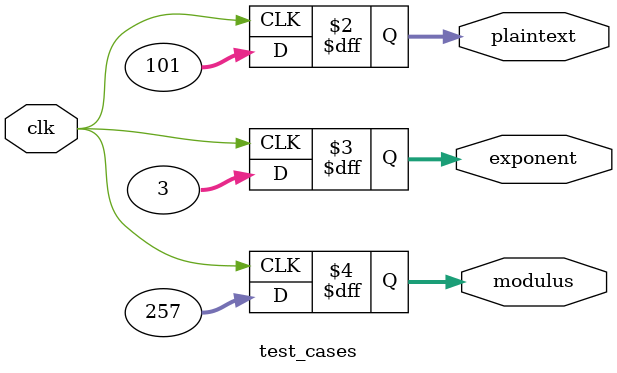
<source format=v>
module test_cases(
	output reg [31:0] plaintext,
	output reg [31:0] exponent,
	output reg [31:0] modulus,
	input clk
);

	always @(posedge clk)begin
		plaintext <= 101;
		exponent <= 3;
		modulus <= 257;
	end
endmodule

</source>
